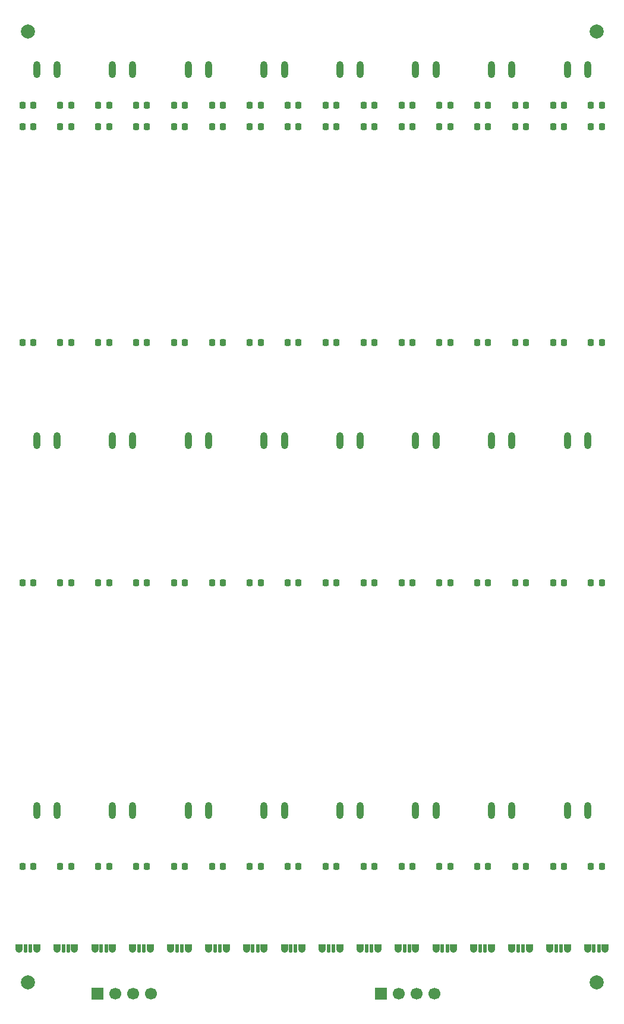
<source format=gbr>
%TF.GenerationSoftware,KiCad,Pcbnew,9.0.3*%
%TF.CreationDate,2025-08-08T13:41:27-04:00*%
%TF.ProjectId,flowstick_led_strip_panel_6p,666c6f77-7374-4696-936b-5f6c65645f73,rev?*%
%TF.SameCoordinates,Original*%
%TF.FileFunction,Soldermask,Bot*%
%TF.FilePolarity,Negative*%
%FSLAX46Y46*%
G04 Gerber Fmt 4.6, Leading zero omitted, Abs format (unit mm)*
G04 Created by KiCad (PCBNEW 9.0.3) date 2025-08-08 13:41:27*
%MOMM*%
%LPD*%
G01*
G04 APERTURE LIST*
G04 Aperture macros list*
%AMRoundRect*
0 Rectangle with rounded corners*
0 $1 Rounding radius*
0 $2 $3 $4 $5 $6 $7 $8 $9 X,Y pos of 4 corners*
0 Add a 4 corners polygon primitive as box body*
4,1,4,$2,$3,$4,$5,$6,$7,$8,$9,$2,$3,0*
0 Add four circle primitives for the rounded corners*
1,1,$1+$1,$2,$3*
1,1,$1+$1,$4,$5*
1,1,$1+$1,$6,$7*
1,1,$1+$1,$8,$9*
0 Add four rect primitives between the rounded corners*
20,1,$1+$1,$2,$3,$4,$5,0*
20,1,$1+$1,$4,$5,$6,$7,0*
20,1,$1+$1,$6,$7,$8,$9,0*
20,1,$1+$1,$8,$9,$2,$3,0*%
%AMFreePoly0*
4,1,16,-0.600000,0.500000,0.100000,0.500000,0.206283,0.488573,0.339624,0.438839,0.453553,0.353553,0.538839,0.239624,0.588573,0.106283,0.600000,0.000000,0.588573,-0.106283,0.538839,-0.239624,0.453553,-0.353553,0.339624,-0.438839,0.206283,-0.488573,0.100000,-0.500000,-0.600000,-0.500000,-0.600000,0.500000,-0.600000,0.500000,$1*%
%AMFreePoly1*
4,1,12,-0.600000,0.250000,0.350000,0.250000,0.445671,0.230970,0.526777,0.176777,0.580970,0.095671,0.600000,0.000000,0.580970,-0.095671,0.526777,-0.176777,0.445671,-0.230970,0.350000,-0.250000,-0.600000,-0.250000,-0.600000,0.250000,-0.600000,0.250000,$1*%
G04 Aperture macros list end*
%ADD10C,2.000000*%
%ADD11R,1.700000X1.700000*%
%ADD12C,1.700000*%
%ADD13RoundRect,0.225000X0.225000X0.250000X-0.225000X0.250000X-0.225000X-0.250000X0.225000X-0.250000X0*%
%ADD14O,1.000000X2.400000*%
%ADD15RoundRect,0.225000X-0.225000X-0.250000X0.225000X-0.250000X0.225000X0.250000X-0.225000X0.250000X0*%
%ADD16FreePoly0,270.000000*%
%ADD17FreePoly1,270.000000*%
G04 APERTURE END LIST*
D10*
%TO.C,REF\u002A\u002A*%
X52700000Y-23000000D03*
%TD*%
%TO.C,REF\u002A\u002A*%
X133700000Y-23000000D03*
%TD*%
D11*
%TO.C,J3*%
X103000000Y-160000000D03*
D12*
X105540000Y-160000000D03*
X108080000Y-160000000D03*
X110620000Y-160000000D03*
%TD*%
D10*
%TO.C,REF\u002A\u002A*%
X133700000Y-158400000D03*
%TD*%
D11*
%TO.C,J3*%
X62590000Y-160000000D03*
D12*
X65130000Y-160000000D03*
X67670000Y-160000000D03*
X70210000Y-160000000D03*
%TD*%
D10*
%TO.C,REF\u002A\u002A*%
X52700000Y-158400000D03*
%TD*%
D13*
%TO.C,C2*%
X53475000Y-101500000D03*
X51925000Y-101500000D03*
%TD*%
%TO.C,C2*%
X107475000Y-101500000D03*
X105925000Y-101500000D03*
%TD*%
D14*
%TO.C,H5*%
X64750000Y-28400000D03*
%TD*%
D13*
%TO.C,C1*%
X107475000Y-141900000D03*
X105925000Y-141900000D03*
%TD*%
D14*
%TO.C,H4*%
X67650000Y-81250000D03*
%TD*%
D13*
%TO.C,C5*%
X96675000Y-33500000D03*
X95125000Y-33500000D03*
%TD*%
%TO.C,C1*%
X53475000Y-141900000D03*
X51925000Y-141900000D03*
%TD*%
D15*
%TO.C,C10*%
X132925000Y-33500000D03*
X134475000Y-33500000D03*
%TD*%
D16*
%TO.C,J1*%
X116250000Y-153600000D03*
D17*
X117150000Y-153600000D03*
X117850000Y-153600000D03*
D16*
X118750000Y-153600000D03*
%TD*%
D13*
%TO.C,C1*%
X96675000Y-141900000D03*
X95125000Y-141900000D03*
%TD*%
D15*
%TO.C,C10*%
X111325000Y-33500000D03*
X112875000Y-33500000D03*
%TD*%
%TO.C,C9*%
X122125000Y-36600000D03*
X123675000Y-36600000D03*
%TD*%
D16*
%TO.C,J1*%
X105450000Y-153600000D03*
D17*
X106350000Y-153600000D03*
X107050000Y-153600000D03*
D16*
X107950000Y-153600000D03*
%TD*%
D14*
%TO.C,H2*%
X89250000Y-133950000D03*
%TD*%
D13*
%TO.C,C4*%
X85875000Y-36600000D03*
X84325000Y-36600000D03*
%TD*%
D14*
%TO.C,H2*%
X121650000Y-133950000D03*
%TD*%
D13*
%TO.C,C4*%
X64275000Y-36600000D03*
X62725000Y-36600000D03*
%TD*%
D14*
%TO.C,H5*%
X86350000Y-28400000D03*
%TD*%
D13*
%TO.C,C4*%
X96675000Y-36600000D03*
X95125000Y-36600000D03*
%TD*%
D14*
%TO.C,H5*%
X97150000Y-28400000D03*
%TD*%
D13*
%TO.C,C4*%
X75075000Y-36600000D03*
X73525000Y-36600000D03*
%TD*%
D15*
%TO.C,C10*%
X57325000Y-33500000D03*
X58875000Y-33500000D03*
%TD*%
D16*
%TO.C,J2*%
X132450000Y-153600000D03*
D17*
X133350000Y-153600000D03*
X134050000Y-153600000D03*
D16*
X134950000Y-153600000D03*
%TD*%
D15*
%TO.C,C8*%
X89725000Y-67300000D03*
X91275000Y-67300000D03*
%TD*%
D14*
%TO.C,H2*%
X110850000Y-133950000D03*
%TD*%
D15*
%TO.C,C7*%
X100525000Y-101500000D03*
X102075000Y-101500000D03*
%TD*%
D13*
%TO.C,C3*%
X53475000Y-67300000D03*
X51925000Y-67300000D03*
%TD*%
%TO.C,C2*%
X64275000Y-101500000D03*
X62725000Y-101500000D03*
%TD*%
D14*
%TO.C,H4*%
X110850000Y-81250000D03*
%TD*%
D13*
%TO.C,C4*%
X129075000Y-36600000D03*
X127525000Y-36600000D03*
%TD*%
%TO.C,C1*%
X129075000Y-141900000D03*
X127525000Y-141900000D03*
%TD*%
D16*
%TO.C,J1*%
X127050000Y-153600000D03*
D17*
X127950000Y-153600000D03*
X128650000Y-153600000D03*
D16*
X129550000Y-153600000D03*
%TD*%
D14*
%TO.C,H6*%
X67650000Y-28400000D03*
%TD*%
%TO.C,H3*%
X118750000Y-81250000D03*
%TD*%
D15*
%TO.C,C10*%
X78925000Y-33500000D03*
X80475000Y-33500000D03*
%TD*%
D13*
%TO.C,C5*%
X75075000Y-33500000D03*
X73525000Y-33500000D03*
%TD*%
D15*
%TO.C,C7*%
X78925000Y-101500000D03*
X80475000Y-101500000D03*
%TD*%
D14*
%TO.C,H3*%
X129550000Y-81250000D03*
%TD*%
%TO.C,H1*%
X118750000Y-133950000D03*
%TD*%
D13*
%TO.C,C2*%
X129075000Y-101500000D03*
X127525000Y-101500000D03*
%TD*%
D14*
%TO.C,H5*%
X53950000Y-28400000D03*
%TD*%
D13*
%TO.C,C2*%
X118275000Y-101500000D03*
X116725000Y-101500000D03*
%TD*%
D14*
%TO.C,H5*%
X118750000Y-28400000D03*
%TD*%
%TO.C,H1*%
X53950000Y-133950000D03*
%TD*%
D15*
%TO.C,C7*%
X89725000Y-101500000D03*
X91275000Y-101500000D03*
%TD*%
D14*
%TO.C,H2*%
X132450000Y-133950000D03*
%TD*%
D15*
%TO.C,C8*%
X100525000Y-67300000D03*
X102075000Y-67300000D03*
%TD*%
%TO.C,C9*%
X89725000Y-36600000D03*
X91275000Y-36600000D03*
%TD*%
%TO.C,C10*%
X68125000Y-33500000D03*
X69675000Y-33500000D03*
%TD*%
D16*
%TO.C,J1*%
X62250000Y-153600000D03*
D17*
X63150000Y-153600000D03*
X63850000Y-153600000D03*
D16*
X64750000Y-153600000D03*
%TD*%
%TO.C,J1*%
X51450000Y-153600000D03*
D17*
X52350000Y-153600000D03*
X53050000Y-153600000D03*
D16*
X53950000Y-153600000D03*
%TD*%
D13*
%TO.C,C2*%
X96675000Y-101500000D03*
X95125000Y-101500000D03*
%TD*%
D15*
%TO.C,C10*%
X89725000Y-33500000D03*
X91275000Y-33500000D03*
%TD*%
D13*
%TO.C,C3*%
X75075000Y-67300000D03*
X73525000Y-67300000D03*
%TD*%
D15*
%TO.C,C7*%
X111325000Y-101500000D03*
X112875000Y-101500000D03*
%TD*%
D13*
%TO.C,C1*%
X64275000Y-141900000D03*
X62725000Y-141900000D03*
%TD*%
D14*
%TO.C,H5*%
X75550000Y-28400000D03*
%TD*%
%TO.C,H6*%
X78450000Y-28400000D03*
%TD*%
D13*
%TO.C,C5*%
X85875000Y-33500000D03*
X84325000Y-33500000D03*
%TD*%
D14*
%TO.C,H1*%
X64750000Y-133950000D03*
%TD*%
D15*
%TO.C,C6*%
X57325000Y-141900000D03*
X58875000Y-141900000D03*
%TD*%
D14*
%TO.C,H3*%
X53950000Y-81250000D03*
%TD*%
D15*
%TO.C,C7*%
X57325000Y-101500000D03*
X58875000Y-101500000D03*
%TD*%
D13*
%TO.C,C4*%
X107475000Y-36600000D03*
X105925000Y-36600000D03*
%TD*%
D14*
%TO.C,H2*%
X67650000Y-133950000D03*
%TD*%
D15*
%TO.C,C9*%
X132925000Y-36600000D03*
X134475000Y-36600000D03*
%TD*%
%TO.C,C10*%
X100525000Y-33500000D03*
X102075000Y-33500000D03*
%TD*%
%TO.C,C9*%
X100525000Y-36600000D03*
X102075000Y-36600000D03*
%TD*%
D14*
%TO.C,H6*%
X100050000Y-28400000D03*
%TD*%
%TO.C,H6*%
X110850000Y-28400000D03*
%TD*%
%TO.C,H6*%
X56850000Y-28400000D03*
%TD*%
D16*
%TO.C,J2*%
X100050000Y-153600000D03*
D17*
X100950000Y-153600000D03*
X101650000Y-153600000D03*
D16*
X102550000Y-153600000D03*
%TD*%
D15*
%TO.C,C7*%
X122125000Y-101500000D03*
X123675000Y-101500000D03*
%TD*%
D16*
%TO.C,J2*%
X121650000Y-153600000D03*
D17*
X122550000Y-153600000D03*
X123250000Y-153600000D03*
D16*
X124150000Y-153600000D03*
%TD*%
D13*
%TO.C,C3*%
X64275000Y-67300000D03*
X62725000Y-67300000D03*
%TD*%
D15*
%TO.C,C8*%
X68125000Y-67300000D03*
X69675000Y-67300000D03*
%TD*%
D16*
%TO.C,J2*%
X110850000Y-153600000D03*
D17*
X111750000Y-153600000D03*
X112450000Y-153600000D03*
D16*
X113350000Y-153600000D03*
%TD*%
D14*
%TO.C,H6*%
X89250000Y-28400000D03*
%TD*%
D15*
%TO.C,C6*%
X100525000Y-141900000D03*
X102075000Y-141900000D03*
%TD*%
%TO.C,C9*%
X78925000Y-36600000D03*
X80475000Y-36600000D03*
%TD*%
D13*
%TO.C,C4*%
X53475000Y-36600000D03*
X51925000Y-36600000D03*
%TD*%
%TO.C,C2*%
X85875000Y-101500000D03*
X84325000Y-101500000D03*
%TD*%
%TO.C,C4*%
X118275000Y-36600000D03*
X116725000Y-36600000D03*
%TD*%
D16*
%TO.C,J2*%
X56850000Y-153600000D03*
D17*
X57750000Y-153600000D03*
X58450000Y-153600000D03*
D16*
X59350000Y-153600000D03*
%TD*%
D14*
%TO.C,H1*%
X75550000Y-133950000D03*
%TD*%
%TO.C,H3*%
X75550000Y-81250000D03*
%TD*%
D16*
%TO.C,J1*%
X73050000Y-153600000D03*
D17*
X73950000Y-153600000D03*
X74650000Y-153600000D03*
D16*
X75550000Y-153600000D03*
%TD*%
D14*
%TO.C,H2*%
X56850000Y-133950000D03*
%TD*%
D16*
%TO.C,J2*%
X89250000Y-153600000D03*
D17*
X90150000Y-153600000D03*
X90850000Y-153600000D03*
D16*
X91750000Y-153600000D03*
%TD*%
D15*
%TO.C,C10*%
X122125000Y-33500000D03*
X123675000Y-33500000D03*
%TD*%
D14*
%TO.C,H4*%
X121650000Y-81250000D03*
%TD*%
D13*
%TO.C,C5*%
X118275000Y-33500000D03*
X116725000Y-33500000D03*
%TD*%
%TO.C,C3*%
X129075000Y-67300000D03*
X127525000Y-67300000D03*
%TD*%
%TO.C,C5*%
X64275000Y-33500000D03*
X62725000Y-33500000D03*
%TD*%
D15*
%TO.C,C6*%
X68125000Y-141900000D03*
X69675000Y-141900000D03*
%TD*%
D13*
%TO.C,C5*%
X53475000Y-33500000D03*
X51925000Y-33500000D03*
%TD*%
%TO.C,C3*%
X107475000Y-67300000D03*
X105925000Y-67300000D03*
%TD*%
D14*
%TO.C,H6*%
X132450000Y-28400000D03*
%TD*%
D13*
%TO.C,C5*%
X107475000Y-33500000D03*
X105925000Y-33500000D03*
%TD*%
D15*
%TO.C,C8*%
X111325000Y-67300000D03*
X112875000Y-67300000D03*
%TD*%
D14*
%TO.C,H1*%
X107950000Y-133950000D03*
%TD*%
D13*
%TO.C,C1*%
X75075000Y-141900000D03*
X73525000Y-141900000D03*
%TD*%
D14*
%TO.C,H3*%
X107950000Y-81250000D03*
%TD*%
D15*
%TO.C,C6*%
X111325000Y-141900000D03*
X112875000Y-141900000D03*
%TD*%
D14*
%TO.C,H5*%
X129550000Y-28400000D03*
%TD*%
D15*
%TO.C,C7*%
X68125000Y-101500000D03*
X69675000Y-101500000D03*
%TD*%
D14*
%TO.C,H6*%
X121650000Y-28400000D03*
%TD*%
%TO.C,H5*%
X107950000Y-28400000D03*
%TD*%
%TO.C,H3*%
X64750000Y-81250000D03*
%TD*%
D15*
%TO.C,C6*%
X78925000Y-141900000D03*
X80475000Y-141900000D03*
%TD*%
%TO.C,C8*%
X122125000Y-67300000D03*
X123675000Y-67300000D03*
%TD*%
%TO.C,C9*%
X111325000Y-36600000D03*
X112875000Y-36600000D03*
%TD*%
%TO.C,C9*%
X68125000Y-36600000D03*
X69675000Y-36600000D03*
%TD*%
%TO.C,C8*%
X132925000Y-67300000D03*
X134475000Y-67300000D03*
%TD*%
D14*
%TO.C,H4*%
X56850000Y-81250000D03*
%TD*%
D15*
%TO.C,C6*%
X122125000Y-141900000D03*
X123675000Y-141900000D03*
%TD*%
D16*
%TO.C,J2*%
X78450000Y-153600000D03*
D17*
X79350000Y-153600000D03*
X80050000Y-153600000D03*
D16*
X80950000Y-153600000D03*
%TD*%
D15*
%TO.C,C7*%
X132925000Y-101500000D03*
X134475000Y-101500000D03*
%TD*%
D14*
%TO.C,H1*%
X129550000Y-133950000D03*
%TD*%
D16*
%TO.C,J1*%
X94650000Y-153600000D03*
D17*
X95550000Y-153600000D03*
X96250000Y-153600000D03*
D16*
X97150000Y-153600000D03*
%TD*%
%TO.C,J1*%
X83850000Y-153600000D03*
D17*
X84750000Y-153600000D03*
X85450000Y-153600000D03*
D16*
X86350000Y-153600000D03*
%TD*%
D13*
%TO.C,C1*%
X85875000Y-141900000D03*
X84325000Y-141900000D03*
%TD*%
%TO.C,C3*%
X118275000Y-67300000D03*
X116725000Y-67300000D03*
%TD*%
D14*
%TO.C,H4*%
X132450000Y-81250000D03*
%TD*%
%TO.C,H4*%
X100050000Y-81250000D03*
%TD*%
D15*
%TO.C,C6*%
X132925000Y-141900000D03*
X134475000Y-141900000D03*
%TD*%
D13*
%TO.C,C5*%
X129075000Y-33500000D03*
X127525000Y-33500000D03*
%TD*%
D14*
%TO.C,H4*%
X78450000Y-81250000D03*
%TD*%
D15*
%TO.C,C6*%
X89725000Y-141900000D03*
X91275000Y-141900000D03*
%TD*%
D13*
%TO.C,C1*%
X118275000Y-141900000D03*
X116725000Y-141900000D03*
%TD*%
D14*
%TO.C,H1*%
X86350000Y-133950000D03*
%TD*%
D13*
%TO.C,C3*%
X96675000Y-67300000D03*
X95125000Y-67300000D03*
%TD*%
D15*
%TO.C,C8*%
X78925000Y-67300000D03*
X80475000Y-67300000D03*
%TD*%
D16*
%TO.C,J2*%
X67650000Y-153600000D03*
D17*
X68550000Y-153600000D03*
X69250000Y-153600000D03*
D16*
X70150000Y-153600000D03*
%TD*%
D13*
%TO.C,C2*%
X75075000Y-101500000D03*
X73525000Y-101500000D03*
%TD*%
D14*
%TO.C,H1*%
X97150000Y-133950000D03*
%TD*%
%TO.C,H3*%
X97150000Y-81250000D03*
%TD*%
D15*
%TO.C,C8*%
X57325000Y-67300000D03*
X58875000Y-67300000D03*
%TD*%
D14*
%TO.C,H3*%
X86350000Y-81250000D03*
%TD*%
%TO.C,H2*%
X78450000Y-133950000D03*
%TD*%
D15*
%TO.C,C9*%
X57325000Y-36600000D03*
X58875000Y-36600000D03*
%TD*%
D14*
%TO.C,H4*%
X89250000Y-81250000D03*
%TD*%
D13*
%TO.C,C3*%
X85875000Y-67300000D03*
X84325000Y-67300000D03*
%TD*%
D14*
%TO.C,H2*%
X100050000Y-133950000D03*
%TD*%
M02*

</source>
